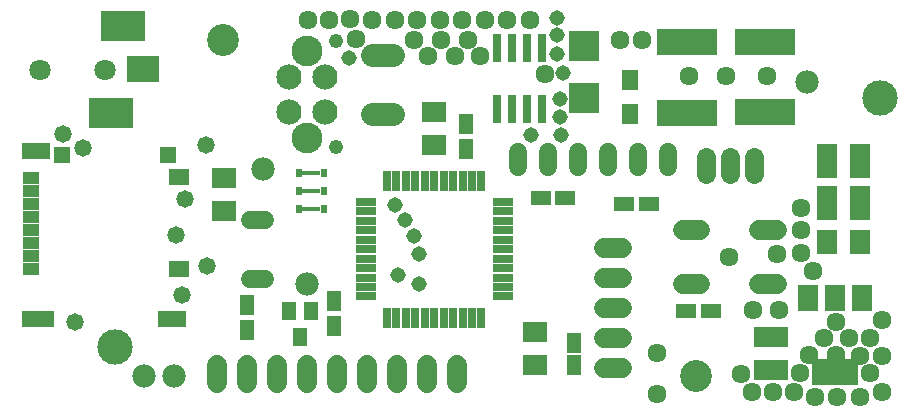
<source format=gts>
G75*
G70*
%OFA0B0*%
%FSLAX24Y24*%
%IPPOS*%
%LPD*%
%AMOC8*
5,1,8,0,0,1.08239X$1,22.5*
%
%ADD10R,0.0277X0.0671*%
%ADD11R,0.0671X0.0277*%
%ADD12R,0.0474X0.0671*%
%ADD13C,0.0674*%
%ADD14C,0.0780*%
%ADD15R,0.0789X0.0710*%
%ADD16R,0.0710X0.0789*%
%ADD17R,0.1025X0.1025*%
%ADD18R,0.0197X0.0315*%
%ADD19R,0.0630X0.0157*%
%ADD20R,0.2049X0.0867*%
%ADD21R,0.0552X0.0671*%
%ADD22R,0.0710X0.1143*%
%ADD23C,0.0780*%
%ADD24R,0.1143X0.0710*%
%ADD25R,0.0568X0.0395*%
%ADD26R,0.0572X0.0537*%
%ADD27R,0.0552X0.0537*%
%ADD28R,0.0946X0.0533*%
%ADD29R,0.1064X0.0533*%
%ADD30R,0.0671X0.0533*%
%ADD31C,0.0595*%
%ADD32R,0.1458X0.0986*%
%ADD33R,0.1064X0.0867*%
%ADD34C,0.0710*%
%ADD35C,0.0840*%
%ADD36C,0.1029*%
%ADD37C,0.0482*%
%ADD38R,0.0474X0.0631*%
%ADD39C,0.0680*%
%ADD40R,0.0671X0.0474*%
%ADD41R,0.1576X0.0867*%
%ADD42R,0.0671X0.0867*%
%ADD43R,0.0316X0.0946*%
%ADD44C,0.0631*%
%ADD45C,0.1064*%
%ADD46C,0.0867*%
%ADD47C,0.1181*%
%ADD48C,0.0600*%
%ADD49C,0.0580*%
%ADD50C,0.0634*%
%ADD51C,0.0516*%
D10*
X014846Y004217D03*
X015161Y004217D03*
X015476Y004217D03*
X015791Y004217D03*
X016106Y004217D03*
X016421Y004217D03*
X016736Y004217D03*
X017051Y004217D03*
X017366Y004217D03*
X017681Y004217D03*
X017996Y004217D03*
X017996Y008784D03*
X017681Y008784D03*
X017366Y008784D03*
X017051Y008784D03*
X016736Y008784D03*
X016421Y008784D03*
X016106Y008784D03*
X015791Y008784D03*
X015476Y008784D03*
X015161Y008784D03*
X014846Y008784D03*
D11*
X014138Y008075D03*
X014138Y007760D03*
X014138Y007445D03*
X014138Y007130D03*
X014138Y006815D03*
X014138Y006500D03*
X014138Y006185D03*
X014138Y005870D03*
X014138Y005555D03*
X014138Y005240D03*
X014138Y004925D03*
X018705Y004925D03*
X018705Y005240D03*
X018705Y005555D03*
X018705Y005870D03*
X018705Y006185D03*
X018705Y006500D03*
X018705Y006815D03*
X018705Y007130D03*
X018705Y007445D03*
X018705Y007760D03*
X018705Y008075D03*
D12*
X017494Y009849D03*
X017494Y010678D03*
X013094Y004768D03*
X013094Y003939D03*
X010179Y003809D03*
X010179Y004637D03*
X021091Y003366D03*
X021091Y002626D03*
D13*
X024704Y005356D02*
X025298Y005356D01*
X027263Y005356D02*
X027857Y005356D01*
X027857Y007128D02*
X027263Y007128D01*
X025298Y007128D02*
X024704Y007128D01*
D14*
X028850Y012089D03*
X012180Y005349D03*
X007761Y002259D03*
X006761Y002259D03*
X010700Y009189D03*
D15*
X009400Y008890D03*
X009400Y007787D03*
X016426Y009983D03*
X016426Y011085D03*
X019797Y003728D03*
X019797Y002626D03*
D16*
X029519Y006742D03*
X030621Y006742D03*
D17*
X021412Y011550D03*
X021412Y013283D03*
D18*
X012743Y009039D03*
X011916Y009039D03*
X011916Y008449D03*
X011916Y007858D03*
X012743Y007858D03*
X012743Y008449D03*
D19*
X012329Y008449D03*
X012329Y007858D03*
X012329Y009039D03*
D20*
X024841Y011052D03*
X027461Y011077D03*
X027461Y013420D03*
X024841Y013395D03*
D21*
X022965Y012144D03*
X022965Y011003D03*
D22*
X029529Y009449D03*
X030631Y009449D03*
X030632Y008029D03*
X029530Y008029D03*
D23*
X015055Y010997D02*
X014355Y010997D01*
X014355Y012989D02*
X015055Y012989D01*
D24*
X027645Y003583D03*
X027645Y002480D03*
D25*
X002983Y005834D03*
X002983Y006267D03*
X002983Y006700D03*
X002983Y007134D03*
X002983Y007567D03*
X002983Y008000D03*
X002983Y008433D03*
X002983Y008866D03*
D26*
X004018Y009630D03*
D27*
X007546Y009630D03*
D28*
X003160Y009787D03*
X007696Y004165D03*
D29*
X003211Y004165D03*
D30*
X007924Y005858D03*
X007928Y008921D03*
D31*
X010271Y007462D02*
X010786Y007464D01*
X010797Y005496D02*
X010282Y005493D01*
D32*
X005644Y011046D03*
X006038Y013939D03*
D33*
X006727Y012514D03*
D34*
X005447Y012483D03*
X003282Y012483D03*
D35*
X011593Y012242D03*
X012774Y012242D03*
X012774Y011061D03*
X011593Y011061D03*
D36*
X012183Y010222D03*
X012183Y013096D03*
D37*
X013144Y013431D03*
X013144Y009892D03*
D38*
X012327Y004443D03*
X011579Y004443D03*
X011953Y003577D03*
D39*
X012180Y002649D02*
X012180Y002049D01*
X011180Y002049D02*
X011180Y002649D01*
X010180Y002649D02*
X010180Y002049D01*
X009180Y002049D02*
X009180Y002649D01*
X013180Y002649D02*
X013180Y002049D01*
X014180Y002049D02*
X014180Y002649D01*
X015180Y002649D02*
X015180Y002049D01*
X016180Y002049D02*
X016180Y002649D01*
X017180Y002649D02*
X017180Y002049D01*
X022080Y002549D02*
X022680Y002549D01*
X022680Y003549D02*
X022080Y003549D01*
X022080Y004549D02*
X022680Y004549D01*
X022680Y005549D02*
X022080Y005549D01*
X022080Y006549D02*
X022680Y006549D01*
D40*
X022761Y007999D03*
X023590Y007999D03*
X020795Y008199D03*
X019966Y008199D03*
X024826Y004454D03*
X025655Y004454D03*
D41*
X029780Y002406D03*
D42*
X029780Y004879D03*
X030686Y004879D03*
X028875Y004879D03*
D43*
X020030Y011175D03*
X019530Y011175D03*
X019030Y011175D03*
X018530Y011175D03*
X018530Y013222D03*
X019030Y013222D03*
X019530Y013222D03*
X020030Y013222D03*
D44*
X025493Y009574D02*
X025493Y009023D01*
X026280Y009023D02*
X026280Y009574D01*
X027068Y009574D02*
X027068Y009023D01*
D45*
X025140Y002270D03*
X009392Y013490D03*
D46*
X005790Y003229D03*
X031280Y011529D03*
D47*
X031280Y011529D03*
X005790Y003229D03*
D48*
X019200Y009229D02*
X019200Y009749D01*
X020200Y009749D02*
X020200Y009229D01*
X021200Y009229D02*
X021200Y009749D01*
X022200Y009749D02*
X022200Y009229D01*
X023200Y009229D02*
X023200Y009749D01*
X024200Y009749D02*
X024200Y009229D01*
D49*
X004450Y004089D03*
X008000Y004989D03*
X008850Y005939D03*
X007800Y006989D03*
X008100Y008189D03*
X008800Y009989D03*
X004700Y009889D03*
X004050Y010339D03*
D50*
X012200Y014139D03*
X012900Y014139D03*
X013600Y014159D03*
X014350Y014139D03*
X015100Y014139D03*
X015850Y014139D03*
X015760Y013459D03*
X016200Y012939D03*
X016650Y013489D03*
X017100Y012939D03*
X017550Y013489D03*
X017950Y012939D03*
X018100Y014139D03*
X017350Y014139D03*
X016600Y014139D03*
X018850Y014139D03*
X019600Y014139D03*
X020100Y012339D03*
X022600Y013489D03*
X023350Y013489D03*
X024900Y012289D03*
X026150Y012289D03*
X027500Y012289D03*
X028650Y007889D03*
X028650Y007139D03*
X028650Y006389D03*
X027850Y006339D03*
X029050Y005789D03*
X027900Y004489D03*
X027050Y004489D03*
X028900Y002989D03*
X029400Y003539D03*
X029800Y004089D03*
X030250Y003539D03*
X030600Y002939D03*
X030950Y003539D03*
X031350Y002939D03*
X030950Y002389D03*
X030200Y002389D03*
X029450Y002389D03*
X029800Y002989D03*
X028605Y002379D03*
X028400Y001739D03*
X027700Y001739D03*
X027000Y001739D03*
X026650Y002339D03*
X029100Y001589D03*
X029850Y001589D03*
X030600Y001589D03*
X031350Y001739D03*
X031350Y004139D03*
X026250Y006239D03*
X023850Y003039D03*
X023850Y001689D03*
X013815Y013519D03*
D51*
X013595Y012874D03*
X019660Y010309D03*
X020660Y010309D03*
X020610Y010909D03*
X020610Y011509D03*
X020710Y012359D03*
X020510Y013009D03*
X020505Y013639D03*
X020510Y014209D03*
X015100Y007989D03*
X015450Y007489D03*
X015750Y006939D03*
X015900Y006339D03*
X015200Y005639D03*
X015900Y005339D03*
M02*

</source>
